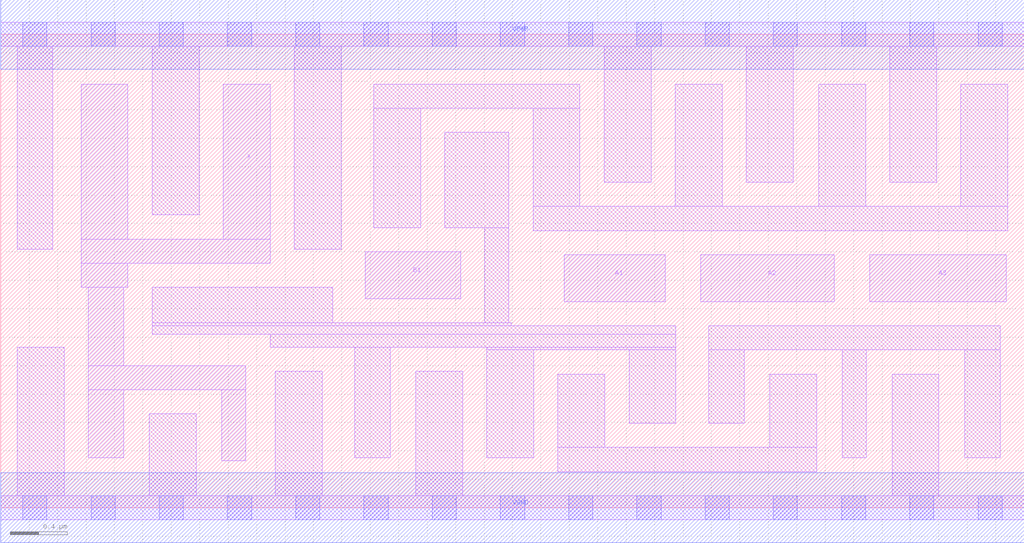
<source format=lef>
# Copyright 2020 The SkyWater PDK Authors
#
# Licensed under the Apache License, Version 2.0 (the "License");
# you may not use this file except in compliance with the License.
# You may obtain a copy of the License at
#
#     https://www.apache.org/licenses/LICENSE-2.0
#
# Unless required by applicable law or agreed to in writing, software
# distributed under the License is distributed on an "AS IS" BASIS,
# WITHOUT WARRANTIES OR CONDITIONS OF ANY KIND, either express or implied.
# See the License for the specific language governing permissions and
# limitations under the License.
#
# SPDX-License-Identifier: Apache-2.0

VERSION 5.7 ;
  NOWIREEXTENSIONATPIN ON ;
  DIVIDERCHAR "/" ;
  BUSBITCHARS "[]" ;
UNITS
  DATABASE MICRONS 200 ;
END UNITS
MACRO sky130_fd_sc_ls__a31o_4
  CLASS CORE ;
  FOREIGN sky130_fd_sc_ls__a31o_4 ;
  ORIGIN  0.000000  0.000000 ;
  SIZE  7.200000 BY  3.330000 ;
  SYMMETRY X Y ;
  SITE unit ;
  PIN A1
    ANTENNAGATEAREA  0.492000 ;
    DIRECTION INPUT ;
    USE SIGNAL ;
    PORT
      LAYER li1 ;
        RECT 3.965000 1.450000 4.675000 1.780000 ;
    END
  END A1
  PIN A2
    ANTENNAGATEAREA  0.492000 ;
    DIRECTION INPUT ;
    USE SIGNAL ;
    PORT
      LAYER li1 ;
        RECT 4.925000 1.450000 5.865000 1.780000 ;
    END
  END A2
  PIN A3
    ANTENNAGATEAREA  0.492000 ;
    DIRECTION INPUT ;
    USE SIGNAL ;
    PORT
      LAYER li1 ;
        RECT 6.115000 1.450000 7.075000 1.780000 ;
    END
  END A3
  PIN B1
    ANTENNAGATEAREA  0.492000 ;
    DIRECTION INPUT ;
    USE SIGNAL ;
    PORT
      LAYER li1 ;
        RECT 2.565000 1.470000 3.235000 1.800000 ;
    END
  END B1
  PIN X
    ANTENNADIFFAREA  1.138200 ;
    DIRECTION OUTPUT ;
    USE SIGNAL ;
    PORT
      LAYER li1 ;
        RECT 0.565000 1.550000 0.895000 1.720000 ;
        RECT 0.565000 1.720000 1.895000 1.890000 ;
        RECT 0.565000 1.890000 0.895000 2.980000 ;
        RECT 0.615000 0.350000 0.865000 0.830000 ;
        RECT 0.615000 0.830000 1.725000 1.000000 ;
        RECT 0.615000 1.000000 0.865000 1.550000 ;
        RECT 1.555000 0.330000 1.725000 0.830000 ;
        RECT 1.565000 1.890000 1.895000 2.980000 ;
    END
  END X
  PIN VGND
    DIRECTION INOUT ;
    SHAPE ABUTMENT ;
    USE GROUND ;
    PORT
      LAYER met1 ;
        RECT 0.000000 -0.245000 7.200000 0.245000 ;
    END
  END VGND
  PIN VPWR
    DIRECTION INOUT ;
    SHAPE ABUTMENT ;
    USE POWER ;
    PORT
      LAYER met1 ;
        RECT 0.000000 3.085000 7.200000 3.575000 ;
    END
  END VPWR
  OBS
    LAYER li1 ;
      RECT 0.000000 -0.085000 7.200000 0.085000 ;
      RECT 0.000000  3.245000 7.200000 3.415000 ;
      RECT 0.115000  0.085000 0.445000 1.130000 ;
      RECT 0.115000  1.820000 0.365000 3.245000 ;
      RECT 1.045000  0.085000 1.375000 0.660000 ;
      RECT 1.065000  1.220000 4.750000 1.280000 ;
      RECT 1.065000  1.280000 3.590000 1.300000 ;
      RECT 1.065000  1.300000 2.335000 1.550000 ;
      RECT 1.065000  2.060000 1.395000 3.245000 ;
      RECT 1.895000  1.130000 4.750000 1.220000 ;
      RECT 1.930000  0.085000 2.260000 0.960000 ;
      RECT 2.065000  1.820000 2.395000 3.245000 ;
      RECT 2.490000  0.350000 2.740000 1.130000 ;
      RECT 2.625000  1.970000 2.955000 2.810000 ;
      RECT 2.625000  2.810000 4.075000 2.980000 ;
      RECT 2.920000  0.085000 3.250000 0.960000 ;
      RECT 3.125000  1.970000 3.575000 2.640000 ;
      RECT 3.405000  1.300000 3.575000 1.970000 ;
      RECT 3.420000  0.350000 3.750000 1.110000 ;
      RECT 3.420000  1.110000 4.750000 1.130000 ;
      RECT 3.745000  1.950000 7.085000 2.120000 ;
      RECT 3.745000  2.120000 4.075000 2.810000 ;
      RECT 3.920000  0.255000 5.740000 0.425000 ;
      RECT 3.920000  0.425000 4.250000 0.940000 ;
      RECT 4.245000  2.290000 4.575000 3.245000 ;
      RECT 4.420000  0.595000 4.750000 1.110000 ;
      RECT 4.745000  2.120000 5.075000 2.980000 ;
      RECT 4.980000  0.595000 5.230000 1.110000 ;
      RECT 4.980000  1.110000 7.030000 1.280000 ;
      RECT 5.245000  2.290000 5.575000 3.245000 ;
      RECT 5.410000  0.425000 5.740000 0.940000 ;
      RECT 5.755000  2.120000 6.085000 2.980000 ;
      RECT 5.920000  0.350000 6.090000 1.110000 ;
      RECT 6.255000  2.290000 6.585000 3.245000 ;
      RECT 6.270000  0.085000 6.600000 0.940000 ;
      RECT 6.755000  2.120000 7.085000 2.980000 ;
      RECT 6.780000  0.350000 7.030000 1.110000 ;
    LAYER mcon ;
      RECT 0.155000 -0.085000 0.325000 0.085000 ;
      RECT 0.155000  3.245000 0.325000 3.415000 ;
      RECT 0.635000 -0.085000 0.805000 0.085000 ;
      RECT 0.635000  3.245000 0.805000 3.415000 ;
      RECT 1.115000 -0.085000 1.285000 0.085000 ;
      RECT 1.115000  3.245000 1.285000 3.415000 ;
      RECT 1.595000 -0.085000 1.765000 0.085000 ;
      RECT 1.595000  3.245000 1.765000 3.415000 ;
      RECT 2.075000 -0.085000 2.245000 0.085000 ;
      RECT 2.075000  3.245000 2.245000 3.415000 ;
      RECT 2.555000 -0.085000 2.725000 0.085000 ;
      RECT 2.555000  3.245000 2.725000 3.415000 ;
      RECT 3.035000 -0.085000 3.205000 0.085000 ;
      RECT 3.035000  3.245000 3.205000 3.415000 ;
      RECT 3.515000 -0.085000 3.685000 0.085000 ;
      RECT 3.515000  3.245000 3.685000 3.415000 ;
      RECT 3.995000 -0.085000 4.165000 0.085000 ;
      RECT 3.995000  3.245000 4.165000 3.415000 ;
      RECT 4.475000 -0.085000 4.645000 0.085000 ;
      RECT 4.475000  3.245000 4.645000 3.415000 ;
      RECT 4.955000 -0.085000 5.125000 0.085000 ;
      RECT 4.955000  3.245000 5.125000 3.415000 ;
      RECT 5.435000 -0.085000 5.605000 0.085000 ;
      RECT 5.435000  3.245000 5.605000 3.415000 ;
      RECT 5.915000 -0.085000 6.085000 0.085000 ;
      RECT 5.915000  3.245000 6.085000 3.415000 ;
      RECT 6.395000 -0.085000 6.565000 0.085000 ;
      RECT 6.395000  3.245000 6.565000 3.415000 ;
      RECT 6.875000 -0.085000 7.045000 0.085000 ;
      RECT 6.875000  3.245000 7.045000 3.415000 ;
  END
END sky130_fd_sc_ls__a31o_4
END LIBRARY

</source>
